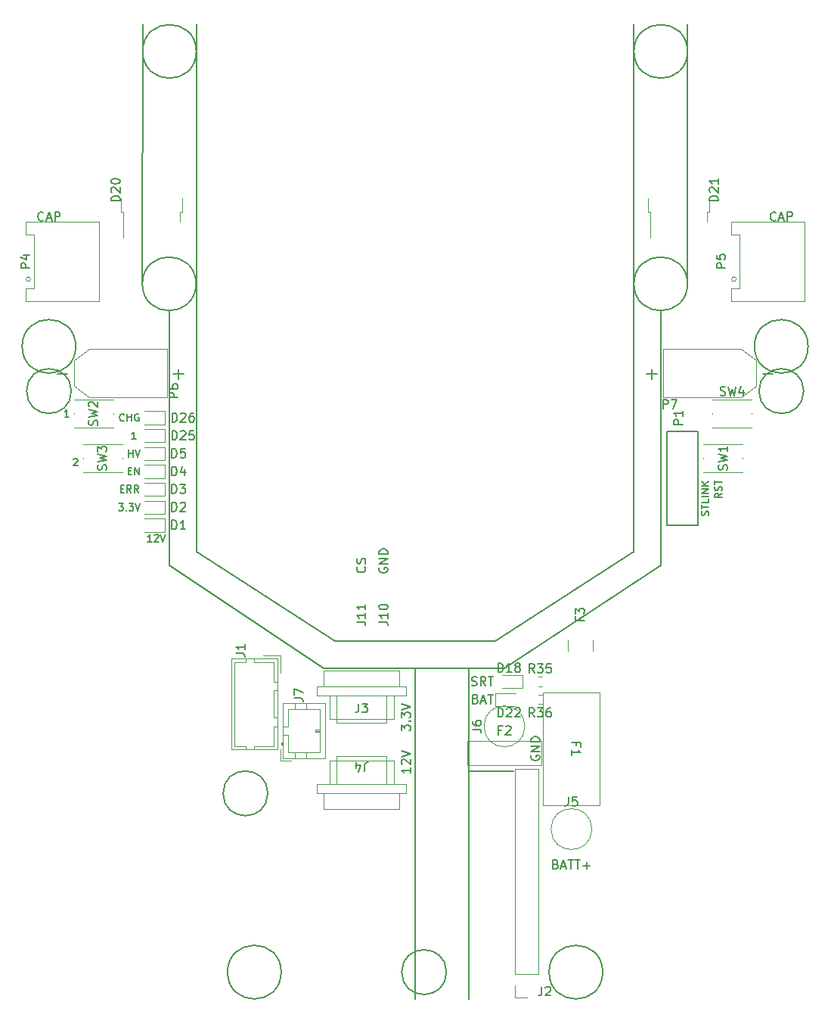
<source format=gbr>
G04 #@! TF.GenerationSoftware,KiCad,Pcbnew,(6.0.11)*
G04 #@! TF.CreationDate,2023-12-28T20:45:09+09:00*
G04 #@! TF.ProjectId,ORION_boost_v5,4f52494f-4e5f-4626-9f6f-73745f76352e,rev?*
G04 #@! TF.SameCoordinates,Original*
G04 #@! TF.FileFunction,Legend,Top*
G04 #@! TF.FilePolarity,Positive*
%FSLAX46Y46*%
G04 Gerber Fmt 4.6, Leading zero omitted, Abs format (unit mm)*
G04 Created by KiCad (PCBNEW (6.0.11)) date 2023-12-28 20:45:09*
%MOMM*%
%LPD*%
G01*
G04 APERTURE LIST*
%ADD10C,0.150000*%
%ADD11C,0.120000*%
%ADD12C,0.200000*%
G04 APERTURE END LIST*
D10*
X100500000Y-109000000D02*
X100500000Y-50000000D01*
X125000000Y-122000000D02*
X125000000Y-159000000D01*
X168500000Y-91000000D02*
G75*
G03*
X168500000Y-91000000I-2500000J0D01*
G01*
X116000000Y-119000000D02*
X134000000Y-119000000D01*
X149500000Y-50000000D02*
X149500000Y-109000000D01*
X100500000Y-53000000D02*
G75*
G03*
X100500000Y-53000000I-3000000J0D01*
G01*
X155500000Y-53000000D02*
G75*
G03*
X155500000Y-53000000I-3000000J0D01*
G01*
X86500000Y-91000000D02*
G75*
G03*
X86500000Y-91000000I-2500000J0D01*
G01*
X128500000Y-156000000D02*
G75*
G03*
X128500000Y-156000000I-2500000J0D01*
G01*
X155500000Y-79000000D02*
G75*
G03*
X155500000Y-79000000I-3000000J0D01*
G01*
X100460000Y-79000000D02*
G75*
G03*
X100460000Y-79000000I-3000000J0D01*
G01*
X146000000Y-156000000D02*
G75*
G03*
X146000000Y-156000000I-3000000J0D01*
G01*
X97460000Y-82000000D02*
X97500000Y-110500000D01*
X97500000Y-110500000D02*
X114800000Y-122000000D01*
X152500000Y-110500000D02*
X135000000Y-122000000D01*
X169000000Y-86000000D02*
G75*
G03*
X169000000Y-86000000I-3000000J0D01*
G01*
X108500000Y-136000000D02*
G75*
G03*
X108500000Y-136000000I-2500000J0D01*
G01*
X87000000Y-86000000D02*
G75*
G03*
X87000000Y-86000000I-3000000J0D01*
G01*
X155500000Y-79000000D02*
X155500000Y-50000000D01*
X116000000Y-119000000D02*
X100500000Y-109000000D01*
X134000000Y-119000000D02*
X149500000Y-109000000D01*
X114800000Y-122000000D02*
X135000000Y-122000000D01*
X131000000Y-133500000D02*
X136000000Y-133500000D01*
X94500000Y-50000000D02*
X94460000Y-79000000D01*
X131000000Y-159000000D02*
X131000000Y-122000000D01*
X152500000Y-82000000D02*
X152500000Y-110500000D01*
X110000000Y-156000000D02*
G75*
G03*
X110000000Y-156000000I-3000000J0D01*
G01*
X119357142Y-110666666D02*
X119404761Y-110714285D01*
X119452380Y-110857142D01*
X119452380Y-110952380D01*
X119404761Y-111095238D01*
X119309523Y-111190476D01*
X119214285Y-111238095D01*
X119023809Y-111285714D01*
X118880952Y-111285714D01*
X118690476Y-111238095D01*
X118595238Y-111190476D01*
X118500000Y-111095238D01*
X118452380Y-110952380D01*
X118452380Y-110857142D01*
X118500000Y-110714285D01*
X118547619Y-110666666D01*
X119404761Y-110285714D02*
X119452380Y-110142857D01*
X119452380Y-109904761D01*
X119404761Y-109809523D01*
X119357142Y-109761904D01*
X119261904Y-109714285D01*
X119166666Y-109714285D01*
X119071428Y-109761904D01*
X119023809Y-109809523D01*
X118976190Y-109904761D01*
X118928571Y-110095238D01*
X118880952Y-110190476D01*
X118833333Y-110238095D01*
X118738095Y-110285714D01*
X118642857Y-110285714D01*
X118547619Y-110238095D01*
X118500000Y-110190476D01*
X118452380Y-110095238D01*
X118452380Y-109857142D01*
X118500000Y-109714285D01*
X140761904Y-143928571D02*
X140904761Y-143976190D01*
X140952380Y-144023809D01*
X141000000Y-144119047D01*
X141000000Y-144261904D01*
X140952380Y-144357142D01*
X140904761Y-144404761D01*
X140809523Y-144452380D01*
X140428571Y-144452380D01*
X140428571Y-143452380D01*
X140761904Y-143452380D01*
X140857142Y-143500000D01*
X140904761Y-143547619D01*
X140952380Y-143642857D01*
X140952380Y-143738095D01*
X140904761Y-143833333D01*
X140857142Y-143880952D01*
X140761904Y-143928571D01*
X140428571Y-143928571D01*
X141380952Y-144166666D02*
X141857142Y-144166666D01*
X141285714Y-144452380D02*
X141619047Y-143452380D01*
X141952380Y-144452380D01*
X142142857Y-143452380D02*
X142714285Y-143452380D01*
X142428571Y-144452380D02*
X142428571Y-143452380D01*
X142904761Y-143452380D02*
X143476190Y-143452380D01*
X143190476Y-144452380D02*
X143190476Y-143452380D01*
X143809523Y-144071428D02*
X144571428Y-144071428D01*
X144190476Y-144452380D02*
X144190476Y-143690476D01*
X157823809Y-104866666D02*
X157861904Y-104752380D01*
X157861904Y-104561904D01*
X157823809Y-104485714D01*
X157785714Y-104447619D01*
X157709523Y-104409523D01*
X157633333Y-104409523D01*
X157557142Y-104447619D01*
X157519047Y-104485714D01*
X157480952Y-104561904D01*
X157442857Y-104714285D01*
X157404761Y-104790476D01*
X157366666Y-104828571D01*
X157290476Y-104866666D01*
X157214285Y-104866666D01*
X157138095Y-104828571D01*
X157100000Y-104790476D01*
X157061904Y-104714285D01*
X157061904Y-104523809D01*
X157100000Y-104409523D01*
X157061904Y-104180952D02*
X157061904Y-103723809D01*
X157861904Y-103952380D02*
X157061904Y-103952380D01*
X157861904Y-103076190D02*
X157861904Y-103457142D01*
X157061904Y-103457142D01*
X157861904Y-102809523D02*
X157061904Y-102809523D01*
X157861904Y-102428571D02*
X157061904Y-102428571D01*
X157861904Y-101971428D01*
X157061904Y-101971428D01*
X157861904Y-101590476D02*
X157061904Y-101590476D01*
X157861904Y-101133333D02*
X157404761Y-101476190D01*
X157061904Y-101133333D02*
X157519047Y-101590476D01*
X123452380Y-128976190D02*
X123452380Y-128357142D01*
X123833333Y-128690476D01*
X123833333Y-128547619D01*
X123880952Y-128452380D01*
X123928571Y-128404761D01*
X124023809Y-128357142D01*
X124261904Y-128357142D01*
X124357142Y-128404761D01*
X124404761Y-128452380D01*
X124452380Y-128547619D01*
X124452380Y-128833333D01*
X124404761Y-128928571D01*
X124357142Y-128976190D01*
X124357142Y-127928571D02*
X124404761Y-127880952D01*
X124452380Y-127928571D01*
X124404761Y-127976190D01*
X124357142Y-127928571D01*
X124452380Y-127928571D01*
X123452380Y-127547619D02*
X123452380Y-126928571D01*
X123833333Y-127261904D01*
X123833333Y-127119047D01*
X123880952Y-127023809D01*
X123928571Y-126976190D01*
X124023809Y-126928571D01*
X124261904Y-126928571D01*
X124357142Y-126976190D01*
X124404761Y-127023809D01*
X124452380Y-127119047D01*
X124452380Y-127404761D01*
X124404761Y-127500000D01*
X124357142Y-127547619D01*
X123452380Y-126642857D02*
X124452380Y-126309523D01*
X123452380Y-125976190D01*
X159361904Y-102438095D02*
X158980952Y-102704761D01*
X159361904Y-102895238D02*
X158561904Y-102895238D01*
X158561904Y-102590476D01*
X158600000Y-102514285D01*
X158638095Y-102476190D01*
X158714285Y-102438095D01*
X158828571Y-102438095D01*
X158904761Y-102476190D01*
X158942857Y-102514285D01*
X158980952Y-102590476D01*
X158980952Y-102895238D01*
X159323809Y-102133333D02*
X159361904Y-102019047D01*
X159361904Y-101828571D01*
X159323809Y-101752380D01*
X159285714Y-101714285D01*
X159209523Y-101676190D01*
X159133333Y-101676190D01*
X159057142Y-101714285D01*
X159019047Y-101752380D01*
X158980952Y-101828571D01*
X158942857Y-101980952D01*
X158904761Y-102057142D01*
X158866666Y-102095238D01*
X158790476Y-102133333D01*
X158714285Y-102133333D01*
X158638095Y-102095238D01*
X158600000Y-102057142D01*
X158561904Y-101980952D01*
X158561904Y-101790476D01*
X158600000Y-101676190D01*
X158561904Y-101447619D02*
X158561904Y-100990476D01*
X159361904Y-101219047D02*
X158561904Y-101219047D01*
X92909523Y-99942857D02*
X93176190Y-99942857D01*
X93290476Y-100361904D02*
X92909523Y-100361904D01*
X92909523Y-99561904D01*
X93290476Y-99561904D01*
X93633333Y-100361904D02*
X93633333Y-99561904D01*
X94090476Y-100361904D01*
X94090476Y-99561904D01*
X92028571Y-101942857D02*
X92295238Y-101942857D01*
X92409523Y-102361904D02*
X92028571Y-102361904D01*
X92028571Y-101561904D01*
X92409523Y-101561904D01*
X93209523Y-102361904D02*
X92942857Y-101980952D01*
X92752380Y-102361904D02*
X92752380Y-101561904D01*
X93057142Y-101561904D01*
X93133333Y-101600000D01*
X93171428Y-101638095D01*
X93209523Y-101714285D01*
X93209523Y-101828571D01*
X93171428Y-101904761D01*
X93133333Y-101942857D01*
X93057142Y-101980952D01*
X92752380Y-101980952D01*
X94009523Y-102361904D02*
X93742857Y-101980952D01*
X93552380Y-102361904D02*
X93552380Y-101561904D01*
X93857142Y-101561904D01*
X93933333Y-101600000D01*
X93971428Y-101638095D01*
X94009523Y-101714285D01*
X94009523Y-101828571D01*
X93971428Y-101904761D01*
X93933333Y-101942857D01*
X93857142Y-101980952D01*
X93552380Y-101980952D01*
X121000000Y-110761904D02*
X120952380Y-110857142D01*
X120952380Y-111000000D01*
X121000000Y-111142857D01*
X121095238Y-111238095D01*
X121190476Y-111285714D01*
X121380952Y-111333333D01*
X121523809Y-111333333D01*
X121714285Y-111285714D01*
X121809523Y-111238095D01*
X121904761Y-111142857D01*
X121952380Y-111000000D01*
X121952380Y-110904761D01*
X121904761Y-110761904D01*
X121857142Y-110714285D01*
X121523809Y-110714285D01*
X121523809Y-110904761D01*
X121952380Y-110285714D02*
X120952380Y-110285714D01*
X121952380Y-109714285D01*
X120952380Y-109714285D01*
X121952380Y-109238095D02*
X120952380Y-109238095D01*
X120952380Y-109000000D01*
X121000000Y-108857142D01*
X121095238Y-108761904D01*
X121190476Y-108714285D01*
X121380952Y-108666666D01*
X121523809Y-108666666D01*
X121714285Y-108714285D01*
X121809523Y-108761904D01*
X121904761Y-108857142D01*
X121952380Y-109000000D01*
X121952380Y-109238095D01*
X124452380Y-133119047D02*
X124452380Y-133690476D01*
X124452380Y-133404761D02*
X123452380Y-133404761D01*
X123595238Y-133500000D01*
X123690476Y-133595238D01*
X123738095Y-133690476D01*
X123547619Y-132738095D02*
X123500000Y-132690476D01*
X123452380Y-132595238D01*
X123452380Y-132357142D01*
X123500000Y-132261904D01*
X123547619Y-132214285D01*
X123642857Y-132166666D01*
X123738095Y-132166666D01*
X123880952Y-132214285D01*
X124452380Y-132785714D01*
X124452380Y-132166666D01*
X123452380Y-131880952D02*
X124452380Y-131547619D01*
X123452380Y-131214285D01*
X92928571Y-98361904D02*
X92928571Y-97561904D01*
X92928571Y-97942857D02*
X93385714Y-97942857D01*
X93385714Y-98361904D02*
X93385714Y-97561904D01*
X93652380Y-97561904D02*
X93919047Y-98361904D01*
X94185714Y-97561904D01*
X131761904Y-125428571D02*
X131904761Y-125476190D01*
X131952380Y-125523809D01*
X132000000Y-125619047D01*
X132000000Y-125761904D01*
X131952380Y-125857142D01*
X131904761Y-125904761D01*
X131809523Y-125952380D01*
X131428571Y-125952380D01*
X131428571Y-124952380D01*
X131761904Y-124952380D01*
X131857142Y-125000000D01*
X131904761Y-125047619D01*
X131952380Y-125142857D01*
X131952380Y-125238095D01*
X131904761Y-125333333D01*
X131857142Y-125380952D01*
X131761904Y-125428571D01*
X131428571Y-125428571D01*
X132380952Y-125666666D02*
X132857142Y-125666666D01*
X132285714Y-125952380D02*
X132619047Y-124952380D01*
X132952380Y-125952380D01*
X133142857Y-124952380D02*
X133714285Y-124952380D01*
X133428571Y-125952380D02*
X133428571Y-124952380D01*
X95504761Y-107861904D02*
X95047619Y-107861904D01*
X95276190Y-107861904D02*
X95276190Y-107061904D01*
X95200000Y-107176190D01*
X95123809Y-107252380D01*
X95047619Y-107290476D01*
X95809523Y-107138095D02*
X95847619Y-107100000D01*
X95923809Y-107061904D01*
X96114285Y-107061904D01*
X96190476Y-107100000D01*
X96228571Y-107138095D01*
X96266666Y-107214285D01*
X96266666Y-107290476D01*
X96228571Y-107404761D01*
X95771428Y-107861904D01*
X96266666Y-107861904D01*
X96495238Y-107061904D02*
X96761904Y-107861904D01*
X97028571Y-107061904D01*
X93728571Y-96361904D02*
X93271428Y-96361904D01*
X93500000Y-96361904D02*
X93500000Y-95561904D01*
X93423809Y-95676190D01*
X93347619Y-95752380D01*
X93271428Y-95790476D01*
X83380952Y-71857142D02*
X83333333Y-71904761D01*
X83190476Y-71952380D01*
X83095238Y-71952380D01*
X82952380Y-71904761D01*
X82857142Y-71809523D01*
X82809523Y-71714285D01*
X82761904Y-71523809D01*
X82761904Y-71380952D01*
X82809523Y-71190476D01*
X82857142Y-71095238D01*
X82952380Y-71000000D01*
X83095238Y-70952380D01*
X83190476Y-70952380D01*
X83333333Y-71000000D01*
X83380952Y-71047619D01*
X83761904Y-71666666D02*
X84238095Y-71666666D01*
X83666666Y-71952380D02*
X84000000Y-70952380D01*
X84333333Y-71952380D01*
X84666666Y-71952380D02*
X84666666Y-70952380D01*
X85047619Y-70952380D01*
X85142857Y-71000000D01*
X85190476Y-71047619D01*
X85238095Y-71142857D01*
X85238095Y-71285714D01*
X85190476Y-71380952D01*
X85142857Y-71428571D01*
X85047619Y-71476190D01*
X84666666Y-71476190D01*
X165380952Y-71857142D02*
X165333333Y-71904761D01*
X165190476Y-71952380D01*
X165095238Y-71952380D01*
X164952380Y-71904761D01*
X164857142Y-71809523D01*
X164809523Y-71714285D01*
X164761904Y-71523809D01*
X164761904Y-71380952D01*
X164809523Y-71190476D01*
X164857142Y-71095238D01*
X164952380Y-71000000D01*
X165095238Y-70952380D01*
X165190476Y-70952380D01*
X165333333Y-71000000D01*
X165380952Y-71047619D01*
X165761904Y-71666666D02*
X166238095Y-71666666D01*
X165666666Y-71952380D02*
X166000000Y-70952380D01*
X166333333Y-71952380D01*
X166666666Y-71952380D02*
X166666666Y-70952380D01*
X167047619Y-70952380D01*
X167142857Y-71000000D01*
X167190476Y-71047619D01*
X167238095Y-71142857D01*
X167238095Y-71285714D01*
X167190476Y-71380952D01*
X167142857Y-71428571D01*
X167047619Y-71476190D01*
X166666666Y-71476190D01*
X131333333Y-123904761D02*
X131476190Y-123952380D01*
X131714285Y-123952380D01*
X131809523Y-123904761D01*
X131857142Y-123857142D01*
X131904761Y-123761904D01*
X131904761Y-123666666D01*
X131857142Y-123571428D01*
X131809523Y-123523809D01*
X131714285Y-123476190D01*
X131523809Y-123428571D01*
X131428571Y-123380952D01*
X131380952Y-123333333D01*
X131333333Y-123238095D01*
X131333333Y-123142857D01*
X131380952Y-123047619D01*
X131428571Y-123000000D01*
X131523809Y-122952380D01*
X131761904Y-122952380D01*
X131904761Y-123000000D01*
X132904761Y-123952380D02*
X132571428Y-123476190D01*
X132333333Y-123952380D02*
X132333333Y-122952380D01*
X132714285Y-122952380D01*
X132809523Y-123000000D01*
X132857142Y-123047619D01*
X132904761Y-123142857D01*
X132904761Y-123285714D01*
X132857142Y-123380952D01*
X132809523Y-123428571D01*
X132714285Y-123476190D01*
X132333333Y-123476190D01*
X133190476Y-122952380D02*
X133761904Y-122952380D01*
X133476190Y-123952380D02*
X133476190Y-122952380D01*
X91819047Y-103561904D02*
X92314285Y-103561904D01*
X92047619Y-103866666D01*
X92161904Y-103866666D01*
X92238095Y-103904761D01*
X92276190Y-103942857D01*
X92314285Y-104019047D01*
X92314285Y-104209523D01*
X92276190Y-104285714D01*
X92238095Y-104323809D01*
X92161904Y-104361904D01*
X91933333Y-104361904D01*
X91857142Y-104323809D01*
X91819047Y-104285714D01*
X92657142Y-104285714D02*
X92695238Y-104323809D01*
X92657142Y-104361904D01*
X92619047Y-104323809D01*
X92657142Y-104285714D01*
X92657142Y-104361904D01*
X92961904Y-103561904D02*
X93457142Y-103561904D01*
X93190476Y-103866666D01*
X93304761Y-103866666D01*
X93380952Y-103904761D01*
X93419047Y-103942857D01*
X93457142Y-104019047D01*
X93457142Y-104209523D01*
X93419047Y-104285714D01*
X93380952Y-104323809D01*
X93304761Y-104361904D01*
X93076190Y-104361904D01*
X93000000Y-104323809D01*
X92961904Y-104285714D01*
X93685714Y-103561904D02*
X93952380Y-104361904D01*
X94219047Y-103561904D01*
X138000000Y-131761904D02*
X137952380Y-131857142D01*
X137952380Y-132000000D01*
X138000000Y-132142857D01*
X138095238Y-132238095D01*
X138190476Y-132285714D01*
X138380952Y-132333333D01*
X138523809Y-132333333D01*
X138714285Y-132285714D01*
X138809523Y-132238095D01*
X138904761Y-132142857D01*
X138952380Y-132000000D01*
X138952380Y-131904761D01*
X138904761Y-131761904D01*
X138857142Y-131714285D01*
X138523809Y-131714285D01*
X138523809Y-131904761D01*
X138952380Y-131285714D02*
X137952380Y-131285714D01*
X138952380Y-130714285D01*
X137952380Y-130714285D01*
X138952380Y-130238095D02*
X137952380Y-130238095D01*
X137952380Y-130000000D01*
X138000000Y-129857142D01*
X138095238Y-129761904D01*
X138190476Y-129714285D01*
X138380952Y-129666666D01*
X138523809Y-129666666D01*
X138714285Y-129714285D01*
X138809523Y-129761904D01*
X138904761Y-129857142D01*
X138952380Y-130000000D01*
X138952380Y-130238095D01*
X86228571Y-93861904D02*
X85771428Y-93861904D01*
X86000000Y-93861904D02*
X86000000Y-93061904D01*
X85923809Y-93176190D01*
X85847619Y-93252380D01*
X85771428Y-93290476D01*
X86771428Y-98638095D02*
X86809523Y-98600000D01*
X86885714Y-98561904D01*
X87076190Y-98561904D01*
X87152380Y-98600000D01*
X87190476Y-98638095D01*
X87228571Y-98714285D01*
X87228571Y-98790476D01*
X87190476Y-98904761D01*
X86733333Y-99361904D01*
X87228571Y-99361904D01*
X92428571Y-94285714D02*
X92390476Y-94323809D01*
X92276190Y-94361904D01*
X92200000Y-94361904D01*
X92085714Y-94323809D01*
X92009523Y-94247619D01*
X91971428Y-94171428D01*
X91933333Y-94019047D01*
X91933333Y-93904761D01*
X91971428Y-93752380D01*
X92009523Y-93676190D01*
X92085714Y-93600000D01*
X92200000Y-93561904D01*
X92276190Y-93561904D01*
X92390476Y-93600000D01*
X92428571Y-93638095D01*
X92771428Y-94361904D02*
X92771428Y-93561904D01*
X92771428Y-93942857D02*
X93228571Y-93942857D01*
X93228571Y-94361904D02*
X93228571Y-93561904D01*
X94028571Y-93600000D02*
X93952380Y-93561904D01*
X93838095Y-93561904D01*
X93723809Y-93600000D01*
X93647619Y-93676190D01*
X93609523Y-93752380D01*
X93571428Y-93904761D01*
X93571428Y-94019047D01*
X93609523Y-94171428D01*
X93647619Y-94247619D01*
X93723809Y-94323809D01*
X93838095Y-94361904D01*
X93914285Y-94361904D01*
X94028571Y-94323809D01*
X94066666Y-94285714D01*
X94066666Y-94019047D01*
X93914285Y-94019047D01*
X97761904Y-106452380D02*
X97761904Y-105452380D01*
X98000000Y-105452380D01*
X98142857Y-105500000D01*
X98238095Y-105595238D01*
X98285714Y-105690476D01*
X98333333Y-105880952D01*
X98333333Y-106023809D01*
X98285714Y-106214285D01*
X98238095Y-106309523D01*
X98142857Y-106404761D01*
X98000000Y-106452380D01*
X97761904Y-106452380D01*
X99285714Y-106452380D02*
X98714285Y-106452380D01*
X99000000Y-106452380D02*
X99000000Y-105452380D01*
X98904761Y-105595238D01*
X98809523Y-105690476D01*
X98714285Y-105738095D01*
X159752380Y-77238095D02*
X158752380Y-77238095D01*
X158752380Y-76857142D01*
X158800000Y-76761904D01*
X158847619Y-76714285D01*
X158942857Y-76666666D01*
X159085714Y-76666666D01*
X159180952Y-76714285D01*
X159228571Y-76761904D01*
X159276190Y-76857142D01*
X159276190Y-77238095D01*
X158752380Y-75761904D02*
X158752380Y-76238095D01*
X159228571Y-76285714D01*
X159180952Y-76238095D01*
X159133333Y-76142857D01*
X159133333Y-75904761D01*
X159180952Y-75809523D01*
X159228571Y-75761904D01*
X159323809Y-75714285D01*
X159561904Y-75714285D01*
X159657142Y-75761904D01*
X159704761Y-75809523D01*
X159752380Y-75904761D01*
X159752380Y-76142857D01*
X159704761Y-76238095D01*
X159657142Y-76285714D01*
X98452380Y-91738095D02*
X97452380Y-91738095D01*
X97452380Y-91357142D01*
X97500000Y-91261904D01*
X97547619Y-91214285D01*
X97642857Y-91166666D01*
X97785714Y-91166666D01*
X97880952Y-91214285D01*
X97928571Y-91261904D01*
X97976190Y-91357142D01*
X97976190Y-91738095D01*
X97452380Y-90309523D02*
X97452380Y-90500000D01*
X97500000Y-90595238D01*
X97547619Y-90642857D01*
X97690476Y-90738095D01*
X97880952Y-90785714D01*
X98261904Y-90785714D01*
X98357142Y-90738095D01*
X98404761Y-90690476D01*
X98452380Y-90595238D01*
X98452380Y-90404761D01*
X98404761Y-90309523D01*
X98357142Y-90261904D01*
X98261904Y-90214285D01*
X98023809Y-90214285D01*
X97928571Y-90261904D01*
X97880952Y-90309523D01*
X97833333Y-90404761D01*
X97833333Y-90595238D01*
X97880952Y-90690476D01*
X97928571Y-90738095D01*
X98023809Y-90785714D01*
X84928571Y-89107142D02*
X86071428Y-89107142D01*
X97928571Y-89107142D02*
X99071428Y-89107142D01*
X98500000Y-89678571D02*
X98500000Y-88535714D01*
X138357142Y-127452380D02*
X138023809Y-126976190D01*
X137785714Y-127452380D02*
X137785714Y-126452380D01*
X138166666Y-126452380D01*
X138261904Y-126500000D01*
X138309523Y-126547619D01*
X138357142Y-126642857D01*
X138357142Y-126785714D01*
X138309523Y-126880952D01*
X138261904Y-126928571D01*
X138166666Y-126976190D01*
X137785714Y-126976190D01*
X138690476Y-126452380D02*
X139309523Y-126452380D01*
X138976190Y-126833333D01*
X139119047Y-126833333D01*
X139214285Y-126880952D01*
X139261904Y-126928571D01*
X139309523Y-127023809D01*
X139309523Y-127261904D01*
X139261904Y-127357142D01*
X139214285Y-127404761D01*
X139119047Y-127452380D01*
X138833333Y-127452380D01*
X138738095Y-127404761D01*
X138690476Y-127357142D01*
X140166666Y-126452380D02*
X139976190Y-126452380D01*
X139880952Y-126500000D01*
X139833333Y-126547619D01*
X139738095Y-126690476D01*
X139690476Y-126880952D01*
X139690476Y-127261904D01*
X139738095Y-127357142D01*
X139785714Y-127404761D01*
X139880952Y-127452380D01*
X140071428Y-127452380D01*
X140166666Y-127404761D01*
X140214285Y-127357142D01*
X140261904Y-127261904D01*
X140261904Y-127023809D01*
X140214285Y-126928571D01*
X140166666Y-126880952D01*
X140071428Y-126833333D01*
X139880952Y-126833333D01*
X139785714Y-126880952D01*
X139738095Y-126928571D01*
X139690476Y-127023809D01*
X118452380Y-116809523D02*
X119166666Y-116809523D01*
X119309523Y-116857142D01*
X119404761Y-116952380D01*
X119452380Y-117095238D01*
X119452380Y-117190476D01*
X119452380Y-115809523D02*
X119452380Y-116380952D01*
X119452380Y-116095238D02*
X118452380Y-116095238D01*
X118595238Y-116190476D01*
X118690476Y-116285714D01*
X118738095Y-116380952D01*
X119452380Y-114857142D02*
X119452380Y-115428571D01*
X119452380Y-115142857D02*
X118452380Y-115142857D01*
X118595238Y-115238095D01*
X118690476Y-115333333D01*
X118738095Y-115428571D01*
X111452380Y-125333333D02*
X112166666Y-125333333D01*
X112309523Y-125380952D01*
X112404761Y-125476190D01*
X112452380Y-125619047D01*
X112452380Y-125714285D01*
X111452380Y-124952380D02*
X111452380Y-124285714D01*
X112452380Y-124714285D01*
X134285714Y-122452380D02*
X134285714Y-121452380D01*
X134523809Y-121452380D01*
X134666666Y-121500000D01*
X134761904Y-121595238D01*
X134809523Y-121690476D01*
X134857142Y-121880952D01*
X134857142Y-122023809D01*
X134809523Y-122214285D01*
X134761904Y-122309523D01*
X134666666Y-122404761D01*
X134523809Y-122452380D01*
X134285714Y-122452380D01*
X135809523Y-122452380D02*
X135238095Y-122452380D01*
X135523809Y-122452380D02*
X135523809Y-121452380D01*
X135428571Y-121595238D01*
X135333333Y-121690476D01*
X135238095Y-121738095D01*
X136380952Y-121880952D02*
X136285714Y-121833333D01*
X136238095Y-121785714D01*
X136190476Y-121690476D01*
X136190476Y-121642857D01*
X136238095Y-121547619D01*
X136285714Y-121500000D01*
X136380952Y-121452380D01*
X136571428Y-121452380D01*
X136666666Y-121500000D01*
X136714285Y-121547619D01*
X136761904Y-121642857D01*
X136761904Y-121690476D01*
X136714285Y-121785714D01*
X136666666Y-121833333D01*
X136571428Y-121880952D01*
X136380952Y-121880952D01*
X136285714Y-121928571D01*
X136238095Y-121976190D01*
X136190476Y-122071428D01*
X136190476Y-122261904D01*
X136238095Y-122357142D01*
X136285714Y-122404761D01*
X136380952Y-122452380D01*
X136571428Y-122452380D01*
X136666666Y-122404761D01*
X136714285Y-122357142D01*
X136761904Y-122261904D01*
X136761904Y-122071428D01*
X136714285Y-121976190D01*
X136666666Y-121928571D01*
X136571428Y-121880952D01*
X119333333Y-133547619D02*
X119333333Y-132833333D01*
X119380952Y-132690476D01*
X119476190Y-132595238D01*
X119619047Y-132547619D01*
X119714285Y-132547619D01*
X118428571Y-133214285D02*
X118428571Y-132547619D01*
X118666666Y-133595238D02*
X118904761Y-132880952D01*
X118285714Y-132880952D01*
X134285714Y-127452380D02*
X134285714Y-126452380D01*
X134523809Y-126452380D01*
X134666666Y-126500000D01*
X134761904Y-126595238D01*
X134809523Y-126690476D01*
X134857142Y-126880952D01*
X134857142Y-127023809D01*
X134809523Y-127214285D01*
X134761904Y-127309523D01*
X134666666Y-127404761D01*
X134523809Y-127452380D01*
X134285714Y-127452380D01*
X135238095Y-126547619D02*
X135285714Y-126500000D01*
X135380952Y-126452380D01*
X135619047Y-126452380D01*
X135714285Y-126500000D01*
X135761904Y-126547619D01*
X135809523Y-126642857D01*
X135809523Y-126738095D01*
X135761904Y-126880952D01*
X135190476Y-127452380D01*
X135809523Y-127452380D01*
X136190476Y-126547619D02*
X136238095Y-126500000D01*
X136333333Y-126452380D01*
X136571428Y-126452380D01*
X136666666Y-126500000D01*
X136714285Y-126547619D01*
X136761904Y-126642857D01*
X136761904Y-126738095D01*
X136714285Y-126880952D01*
X136142857Y-127452380D01*
X136761904Y-127452380D01*
X97785714Y-96452380D02*
X97785714Y-95452380D01*
X98023809Y-95452380D01*
X98166666Y-95500000D01*
X98261904Y-95595238D01*
X98309523Y-95690476D01*
X98357142Y-95880952D01*
X98357142Y-96023809D01*
X98309523Y-96214285D01*
X98261904Y-96309523D01*
X98166666Y-96404761D01*
X98023809Y-96452380D01*
X97785714Y-96452380D01*
X98738095Y-95547619D02*
X98785714Y-95500000D01*
X98880952Y-95452380D01*
X99119047Y-95452380D01*
X99214285Y-95500000D01*
X99261904Y-95547619D01*
X99309523Y-95642857D01*
X99309523Y-95738095D01*
X99261904Y-95880952D01*
X98690476Y-96452380D01*
X99309523Y-96452380D01*
X100214285Y-95452380D02*
X99738095Y-95452380D01*
X99690476Y-95928571D01*
X99738095Y-95880952D01*
X99833333Y-95833333D01*
X100071428Y-95833333D01*
X100166666Y-95880952D01*
X100214285Y-95928571D01*
X100261904Y-96023809D01*
X100261904Y-96261904D01*
X100214285Y-96357142D01*
X100166666Y-96404761D01*
X100071428Y-96452380D01*
X99833333Y-96452380D01*
X99738095Y-96404761D01*
X99690476Y-96357142D01*
X134666666Y-128928571D02*
X134333333Y-128928571D01*
X134333333Y-129452380D02*
X134333333Y-128452380D01*
X134809523Y-128452380D01*
X135142857Y-128547619D02*
X135190476Y-128500000D01*
X135285714Y-128452380D01*
X135523809Y-128452380D01*
X135619047Y-128500000D01*
X135666666Y-128547619D01*
X135714285Y-128642857D01*
X135714285Y-128738095D01*
X135666666Y-128880952D01*
X135095238Y-129452380D01*
X135714285Y-129452380D01*
X97785714Y-94452380D02*
X97785714Y-93452380D01*
X98023809Y-93452380D01*
X98166666Y-93500000D01*
X98261904Y-93595238D01*
X98309523Y-93690476D01*
X98357142Y-93880952D01*
X98357142Y-94023809D01*
X98309523Y-94214285D01*
X98261904Y-94309523D01*
X98166666Y-94404761D01*
X98023809Y-94452380D01*
X97785714Y-94452380D01*
X98738095Y-93547619D02*
X98785714Y-93500000D01*
X98880952Y-93452380D01*
X99119047Y-93452380D01*
X99214285Y-93500000D01*
X99261904Y-93547619D01*
X99309523Y-93642857D01*
X99309523Y-93738095D01*
X99261904Y-93880952D01*
X98690476Y-94452380D01*
X99309523Y-94452380D01*
X100166666Y-93452380D02*
X99976190Y-93452380D01*
X99880952Y-93500000D01*
X99833333Y-93547619D01*
X99738095Y-93690476D01*
X99690476Y-93880952D01*
X99690476Y-94261904D01*
X99738095Y-94357142D01*
X99785714Y-94404761D01*
X99880952Y-94452380D01*
X100071428Y-94452380D01*
X100166666Y-94404761D01*
X100214285Y-94357142D01*
X100261904Y-94261904D01*
X100261904Y-94023809D01*
X100214285Y-93928571D01*
X100166666Y-93880952D01*
X100071428Y-93833333D01*
X99880952Y-93833333D01*
X99785714Y-93880952D01*
X99738095Y-93928571D01*
X99690476Y-94023809D01*
X104952380Y-120333333D02*
X105666666Y-120333333D01*
X105809523Y-120380952D01*
X105904761Y-120476190D01*
X105952380Y-120619047D01*
X105952380Y-120714285D01*
X105952380Y-119333333D02*
X105952380Y-119904761D01*
X105952380Y-119619047D02*
X104952380Y-119619047D01*
X105095238Y-119714285D01*
X105190476Y-119809523D01*
X105238095Y-119904761D01*
X143428571Y-116333333D02*
X143428571Y-116666666D01*
X143952380Y-116666666D02*
X142952380Y-116666666D01*
X142952380Y-116190476D01*
X142952380Y-115904761D02*
X142952380Y-115285714D01*
X143333333Y-115619047D01*
X143333333Y-115476190D01*
X143380952Y-115380952D01*
X143428571Y-115333333D01*
X143523809Y-115285714D01*
X143761904Y-115285714D01*
X143857142Y-115333333D01*
X143904761Y-115380952D01*
X143952380Y-115476190D01*
X143952380Y-115761904D01*
X143904761Y-115857142D01*
X143857142Y-115904761D01*
X139166666Y-157617380D02*
X139166666Y-158331666D01*
X139119047Y-158474523D01*
X139023809Y-158569761D01*
X138880952Y-158617380D01*
X138785714Y-158617380D01*
X139595238Y-157712619D02*
X139642857Y-157665000D01*
X139738095Y-157617380D01*
X139976190Y-157617380D01*
X140071428Y-157665000D01*
X140119047Y-157712619D01*
X140166666Y-157807857D01*
X140166666Y-157903095D01*
X140119047Y-158045952D01*
X139547619Y-158617380D01*
X140166666Y-158617380D01*
X90404761Y-99833333D02*
X90452380Y-99690476D01*
X90452380Y-99452380D01*
X90404761Y-99357142D01*
X90357142Y-99309523D01*
X90261904Y-99261904D01*
X90166666Y-99261904D01*
X90071428Y-99309523D01*
X90023809Y-99357142D01*
X89976190Y-99452380D01*
X89928571Y-99642857D01*
X89880952Y-99738095D01*
X89833333Y-99785714D01*
X89738095Y-99833333D01*
X89642857Y-99833333D01*
X89547619Y-99785714D01*
X89500000Y-99738095D01*
X89452380Y-99642857D01*
X89452380Y-99404761D01*
X89500000Y-99261904D01*
X89452380Y-98928571D02*
X90452380Y-98690476D01*
X89738095Y-98500000D01*
X90452380Y-98309523D01*
X89452380Y-98071428D01*
X89452380Y-97785714D02*
X89452380Y-97166666D01*
X89833333Y-97500000D01*
X89833333Y-97357142D01*
X89880952Y-97261904D01*
X89928571Y-97214285D01*
X90023809Y-97166666D01*
X90261904Y-97166666D01*
X90357142Y-97214285D01*
X90404761Y-97261904D01*
X90452380Y-97357142D01*
X90452380Y-97642857D01*
X90404761Y-97738095D01*
X90357142Y-97785714D01*
X158952380Y-69714285D02*
X157952380Y-69714285D01*
X157952380Y-69476190D01*
X158000000Y-69333333D01*
X158095238Y-69238095D01*
X158190476Y-69190476D01*
X158380952Y-69142857D01*
X158523809Y-69142857D01*
X158714285Y-69190476D01*
X158809523Y-69238095D01*
X158904761Y-69333333D01*
X158952380Y-69476190D01*
X158952380Y-69714285D01*
X158047619Y-68761904D02*
X158000000Y-68714285D01*
X157952380Y-68619047D01*
X157952380Y-68380952D01*
X158000000Y-68285714D01*
X158047619Y-68238095D01*
X158142857Y-68190476D01*
X158238095Y-68190476D01*
X158380952Y-68238095D01*
X158952380Y-68809523D01*
X158952380Y-68190476D01*
X158952380Y-67238095D02*
X158952380Y-67809523D01*
X158952380Y-67523809D02*
X157952380Y-67523809D01*
X158095238Y-67619047D01*
X158190476Y-67714285D01*
X158238095Y-67809523D01*
X97761904Y-100452380D02*
X97761904Y-99452380D01*
X98000000Y-99452380D01*
X98142857Y-99500000D01*
X98238095Y-99595238D01*
X98285714Y-99690476D01*
X98333333Y-99880952D01*
X98333333Y-100023809D01*
X98285714Y-100214285D01*
X98238095Y-100309523D01*
X98142857Y-100404761D01*
X98000000Y-100452380D01*
X97761904Y-100452380D01*
X99190476Y-99785714D02*
X99190476Y-100452380D01*
X98952380Y-99404761D02*
X98714285Y-100119047D01*
X99333333Y-100119047D01*
X97761904Y-104452380D02*
X97761904Y-103452380D01*
X98000000Y-103452380D01*
X98142857Y-103500000D01*
X98238095Y-103595238D01*
X98285714Y-103690476D01*
X98333333Y-103880952D01*
X98333333Y-104023809D01*
X98285714Y-104214285D01*
X98238095Y-104309523D01*
X98142857Y-104404761D01*
X98000000Y-104452380D01*
X97761904Y-104452380D01*
X98714285Y-103547619D02*
X98761904Y-103500000D01*
X98857142Y-103452380D01*
X99095238Y-103452380D01*
X99190476Y-103500000D01*
X99238095Y-103547619D01*
X99285714Y-103642857D01*
X99285714Y-103738095D01*
X99238095Y-103880952D01*
X98666666Y-104452380D01*
X99285714Y-104452380D01*
X143071428Y-130666666D02*
X143071428Y-130333333D01*
X142547619Y-130333333D02*
X143547619Y-130333333D01*
X143547619Y-130809523D01*
X142547619Y-131714285D02*
X142547619Y-131142857D01*
X142547619Y-131428571D02*
X143547619Y-131428571D01*
X143404761Y-131333333D01*
X143309523Y-131238095D01*
X143261904Y-131142857D01*
X81852380Y-77238095D02*
X80852380Y-77238095D01*
X80852380Y-76857142D01*
X80900000Y-76761904D01*
X80947619Y-76714285D01*
X81042857Y-76666666D01*
X81185714Y-76666666D01*
X81280952Y-76714285D01*
X81328571Y-76761904D01*
X81376190Y-76857142D01*
X81376190Y-77238095D01*
X81185714Y-75809523D02*
X81852380Y-75809523D01*
X80804761Y-76047619D02*
X81519047Y-76285714D01*
X81519047Y-75666666D01*
X118666666Y-125952380D02*
X118666666Y-126666666D01*
X118619047Y-126809523D01*
X118523809Y-126904761D01*
X118380952Y-126952380D01*
X118285714Y-126952380D01*
X119047619Y-125952380D02*
X119666666Y-125952380D01*
X119333333Y-126333333D01*
X119476190Y-126333333D01*
X119571428Y-126380952D01*
X119619047Y-126428571D01*
X119666666Y-126523809D01*
X119666666Y-126761904D01*
X119619047Y-126857142D01*
X119571428Y-126904761D01*
X119476190Y-126952380D01*
X119190476Y-126952380D01*
X119095238Y-126904761D01*
X119047619Y-126857142D01*
X97761904Y-102452380D02*
X97761904Y-101452380D01*
X98000000Y-101452380D01*
X98142857Y-101500000D01*
X98238095Y-101595238D01*
X98285714Y-101690476D01*
X98333333Y-101880952D01*
X98333333Y-102023809D01*
X98285714Y-102214285D01*
X98238095Y-102309523D01*
X98142857Y-102404761D01*
X98000000Y-102452380D01*
X97761904Y-102452380D01*
X98666666Y-101452380D02*
X99285714Y-101452380D01*
X98952380Y-101833333D01*
X99095238Y-101833333D01*
X99190476Y-101880952D01*
X99238095Y-101928571D01*
X99285714Y-102023809D01*
X99285714Y-102261904D01*
X99238095Y-102357142D01*
X99190476Y-102404761D01*
X99095238Y-102452380D01*
X98809523Y-102452380D01*
X98714285Y-102404761D01*
X98666666Y-102357142D01*
X138357142Y-122522380D02*
X138023809Y-122046190D01*
X137785714Y-122522380D02*
X137785714Y-121522380D01*
X138166666Y-121522380D01*
X138261904Y-121570000D01*
X138309523Y-121617619D01*
X138357142Y-121712857D01*
X138357142Y-121855714D01*
X138309523Y-121950952D01*
X138261904Y-121998571D01*
X138166666Y-122046190D01*
X137785714Y-122046190D01*
X138690476Y-121522380D02*
X139309523Y-121522380D01*
X138976190Y-121903333D01*
X139119047Y-121903333D01*
X139214285Y-121950952D01*
X139261904Y-121998571D01*
X139309523Y-122093809D01*
X139309523Y-122331904D01*
X139261904Y-122427142D01*
X139214285Y-122474761D01*
X139119047Y-122522380D01*
X138833333Y-122522380D01*
X138738095Y-122474761D01*
X138690476Y-122427142D01*
X140214285Y-121522380D02*
X139738095Y-121522380D01*
X139690476Y-121998571D01*
X139738095Y-121950952D01*
X139833333Y-121903333D01*
X140071428Y-121903333D01*
X140166666Y-121950952D01*
X140214285Y-121998571D01*
X140261904Y-122093809D01*
X140261904Y-122331904D01*
X140214285Y-122427142D01*
X140166666Y-122474761D01*
X140071428Y-122522380D01*
X139833333Y-122522380D01*
X139738095Y-122474761D01*
X139690476Y-122427142D01*
X91952380Y-69714285D02*
X90952380Y-69714285D01*
X90952380Y-69476190D01*
X91000000Y-69333333D01*
X91095238Y-69238095D01*
X91190476Y-69190476D01*
X91380952Y-69142857D01*
X91523809Y-69142857D01*
X91714285Y-69190476D01*
X91809523Y-69238095D01*
X91904761Y-69333333D01*
X91952380Y-69476190D01*
X91952380Y-69714285D01*
X91047619Y-68761904D02*
X91000000Y-68714285D01*
X90952380Y-68619047D01*
X90952380Y-68380952D01*
X91000000Y-68285714D01*
X91047619Y-68238095D01*
X91142857Y-68190476D01*
X91238095Y-68190476D01*
X91380952Y-68238095D01*
X91952380Y-68809523D01*
X91952380Y-68190476D01*
X90952380Y-67571428D02*
X90952380Y-67476190D01*
X91000000Y-67380952D01*
X91047619Y-67333333D01*
X91142857Y-67285714D01*
X91333333Y-67238095D01*
X91571428Y-67238095D01*
X91761904Y-67285714D01*
X91857142Y-67333333D01*
X91904761Y-67380952D01*
X91952380Y-67476190D01*
X91952380Y-67571428D01*
X91904761Y-67666666D01*
X91857142Y-67714285D01*
X91761904Y-67761904D01*
X91571428Y-67809523D01*
X91333333Y-67809523D01*
X91142857Y-67761904D01*
X91047619Y-67714285D01*
X91000000Y-67666666D01*
X90952380Y-67571428D01*
X152761904Y-92952380D02*
X152761904Y-91952380D01*
X153142857Y-91952380D01*
X153238095Y-92000000D01*
X153285714Y-92047619D01*
X153333333Y-92142857D01*
X153333333Y-92285714D01*
X153285714Y-92380952D01*
X153238095Y-92428571D01*
X153142857Y-92476190D01*
X152761904Y-92476190D01*
X153666666Y-91952380D02*
X154333333Y-91952380D01*
X153904761Y-92952380D01*
X150928571Y-89107142D02*
X152071428Y-89107142D01*
X151500000Y-89678571D02*
X151500000Y-88535714D01*
X163928571Y-89107142D02*
X165071428Y-89107142D01*
X97761904Y-98452380D02*
X97761904Y-97452380D01*
X98000000Y-97452380D01*
X98142857Y-97500000D01*
X98238095Y-97595238D01*
X98285714Y-97690476D01*
X98333333Y-97880952D01*
X98333333Y-98023809D01*
X98285714Y-98214285D01*
X98238095Y-98309523D01*
X98142857Y-98404761D01*
X98000000Y-98452380D01*
X97761904Y-98452380D01*
X99238095Y-97452380D02*
X98761904Y-97452380D01*
X98714285Y-97928571D01*
X98761904Y-97880952D01*
X98857142Y-97833333D01*
X99095238Y-97833333D01*
X99190476Y-97880952D01*
X99238095Y-97928571D01*
X99285714Y-98023809D01*
X99285714Y-98261904D01*
X99238095Y-98357142D01*
X99190476Y-98404761D01*
X99095238Y-98452380D01*
X98857142Y-98452380D01*
X98761904Y-98404761D01*
X98714285Y-98357142D01*
X142166666Y-136404380D02*
X142166666Y-137118666D01*
X142119047Y-137261523D01*
X142023809Y-137356761D01*
X141880952Y-137404380D01*
X141785714Y-137404380D01*
X143119047Y-136404380D02*
X142642857Y-136404380D01*
X142595238Y-136880571D01*
X142642857Y-136832952D01*
X142738095Y-136785333D01*
X142976190Y-136785333D01*
X143071428Y-136832952D01*
X143119047Y-136880571D01*
X143166666Y-136975809D01*
X143166666Y-137213904D01*
X143119047Y-137309142D01*
X143071428Y-137356761D01*
X142976190Y-137404380D01*
X142738095Y-137404380D01*
X142642857Y-137356761D01*
X142595238Y-137309142D01*
X159166666Y-91454761D02*
X159309523Y-91502380D01*
X159547619Y-91502380D01*
X159642857Y-91454761D01*
X159690476Y-91407142D01*
X159738095Y-91311904D01*
X159738095Y-91216666D01*
X159690476Y-91121428D01*
X159642857Y-91073809D01*
X159547619Y-91026190D01*
X159357142Y-90978571D01*
X159261904Y-90930952D01*
X159214285Y-90883333D01*
X159166666Y-90788095D01*
X159166666Y-90692857D01*
X159214285Y-90597619D01*
X159261904Y-90550000D01*
X159357142Y-90502380D01*
X159595238Y-90502380D01*
X159738095Y-90550000D01*
X160071428Y-90502380D02*
X160309523Y-91502380D01*
X160500000Y-90788095D01*
X160690476Y-91502380D01*
X160928571Y-90502380D01*
X161738095Y-90835714D02*
X161738095Y-91502380D01*
X161500000Y-90454761D02*
X161261904Y-91169047D01*
X161880952Y-91169047D01*
X120952380Y-116809523D02*
X121666666Y-116809523D01*
X121809523Y-116857142D01*
X121904761Y-116952380D01*
X121952380Y-117095238D01*
X121952380Y-117190476D01*
X121952380Y-115809523D02*
X121952380Y-116380952D01*
X121952380Y-116095238D02*
X120952380Y-116095238D01*
X121095238Y-116190476D01*
X121190476Y-116285714D01*
X121238095Y-116380952D01*
X120952380Y-115190476D02*
X120952380Y-115095238D01*
X121000000Y-115000000D01*
X121047619Y-114952380D01*
X121142857Y-114904761D01*
X121333333Y-114857142D01*
X121571428Y-114857142D01*
X121761904Y-114904761D01*
X121857142Y-114952380D01*
X121904761Y-115000000D01*
X121952380Y-115095238D01*
X121952380Y-115190476D01*
X121904761Y-115285714D01*
X121857142Y-115333333D01*
X121761904Y-115380952D01*
X121571428Y-115428571D01*
X121333333Y-115428571D01*
X121142857Y-115380952D01*
X121047619Y-115333333D01*
X121000000Y-115285714D01*
X120952380Y-115190476D01*
X154952380Y-94738095D02*
X153952380Y-94738095D01*
X153952380Y-94357142D01*
X154000000Y-94261904D01*
X154047619Y-94214285D01*
X154142857Y-94166666D01*
X154285714Y-94166666D01*
X154380952Y-94214285D01*
X154428571Y-94261904D01*
X154476190Y-94357142D01*
X154476190Y-94738095D01*
X154952380Y-93214285D02*
X154952380Y-93785714D01*
X154952380Y-93500000D02*
X153952380Y-93500000D01*
X154095238Y-93595238D01*
X154190476Y-93690476D01*
X154238095Y-93785714D01*
X89404761Y-94833333D02*
X89452380Y-94690476D01*
X89452380Y-94452380D01*
X89404761Y-94357142D01*
X89357142Y-94309523D01*
X89261904Y-94261904D01*
X89166666Y-94261904D01*
X89071428Y-94309523D01*
X89023809Y-94357142D01*
X88976190Y-94452380D01*
X88928571Y-94642857D01*
X88880952Y-94738095D01*
X88833333Y-94785714D01*
X88738095Y-94833333D01*
X88642857Y-94833333D01*
X88547619Y-94785714D01*
X88500000Y-94738095D01*
X88452380Y-94642857D01*
X88452380Y-94404761D01*
X88500000Y-94261904D01*
X88452380Y-93928571D02*
X89452380Y-93690476D01*
X88738095Y-93500000D01*
X89452380Y-93309523D01*
X88452380Y-93071428D01*
X88547619Y-92738095D02*
X88500000Y-92690476D01*
X88452380Y-92595238D01*
X88452380Y-92357142D01*
X88500000Y-92261904D01*
X88547619Y-92214285D01*
X88642857Y-92166666D01*
X88738095Y-92166666D01*
X88880952Y-92214285D01*
X89452380Y-92785714D01*
X89452380Y-92166666D01*
X131404380Y-128833333D02*
X132118666Y-128833333D01*
X132261523Y-128880952D01*
X132356761Y-128976190D01*
X132404380Y-129119047D01*
X132404380Y-129214285D01*
X131404380Y-127928571D02*
X131404380Y-128119047D01*
X131452000Y-128214285D01*
X131499619Y-128261904D01*
X131642476Y-128357142D01*
X131832952Y-128404761D01*
X132213904Y-128404761D01*
X132309142Y-128357142D01*
X132356761Y-128309523D01*
X132404380Y-128214285D01*
X132404380Y-128023809D01*
X132356761Y-127928571D01*
X132309142Y-127880952D01*
X132213904Y-127833333D01*
X131975809Y-127833333D01*
X131880571Y-127880952D01*
X131832952Y-127928571D01*
X131785333Y-128023809D01*
X131785333Y-128214285D01*
X131832952Y-128309523D01*
X131880571Y-128357142D01*
X131975809Y-128404761D01*
X159904761Y-99833333D02*
X159952380Y-99690476D01*
X159952380Y-99452380D01*
X159904761Y-99357142D01*
X159857142Y-99309523D01*
X159761904Y-99261904D01*
X159666666Y-99261904D01*
X159571428Y-99309523D01*
X159523809Y-99357142D01*
X159476190Y-99452380D01*
X159428571Y-99642857D01*
X159380952Y-99738095D01*
X159333333Y-99785714D01*
X159238095Y-99833333D01*
X159142857Y-99833333D01*
X159047619Y-99785714D01*
X159000000Y-99738095D01*
X158952380Y-99642857D01*
X158952380Y-99404761D01*
X159000000Y-99261904D01*
X158952380Y-98928571D02*
X159952380Y-98690476D01*
X159238095Y-98500000D01*
X159952380Y-98309523D01*
X158952380Y-98071428D01*
X159952380Y-97166666D02*
X159952380Y-97738095D01*
X159952380Y-97452380D02*
X158952380Y-97452380D01*
X159095238Y-97547619D01*
X159190476Y-97642857D01*
X159238095Y-97738095D01*
D11*
X96985000Y-105265000D02*
X94700000Y-105265000D01*
X94700000Y-106735000D02*
X96985000Y-106735000D01*
X96985000Y-106735000D02*
X96985000Y-105265000D01*
X168610000Y-76500000D02*
X168610000Y-80940000D01*
X160390000Y-79520000D02*
X161340000Y-79520000D01*
X168610000Y-80940000D02*
X160390000Y-80940000D01*
X161340000Y-79520000D02*
X161340000Y-76500000D01*
X160390000Y-73480000D02*
X161340000Y-73480000D01*
X168610000Y-72060000D02*
X160390000Y-72060000D01*
X160390000Y-80940000D02*
X160390000Y-79520000D01*
X161340000Y-73480000D02*
X161340000Y-76500000D01*
X168610000Y-76500000D02*
X168610000Y-72060000D01*
X160390000Y-72060000D02*
X160390000Y-73480000D01*
X160950000Y-78480000D02*
G75*
G03*
X160950000Y-78480000I-250000J0D01*
G01*
X88490000Y-91710000D02*
X97210000Y-91710000D01*
X86790000Y-90410000D02*
X88490000Y-91710000D01*
X88490000Y-86290000D02*
X97210000Y-86290000D01*
X86790000Y-87590000D02*
X86790000Y-90410000D01*
X86790000Y-87590000D02*
X88490000Y-86290000D01*
X97210000Y-86290000D02*
X97210000Y-91710000D01*
X138762742Y-124977500D02*
X139237258Y-124977500D01*
X138762742Y-126022500D02*
X139237258Y-126022500D01*
X109990000Y-130600000D02*
X110190000Y-130600000D01*
X112800000Y-132060000D02*
X112800000Y-131450000D01*
X110190000Y-125940000D02*
X110190000Y-132060000D01*
X110090000Y-130300000D02*
X110090000Y-130600000D01*
X110190000Y-130300000D02*
X109990000Y-130300000D01*
X114300000Y-131450000D02*
X114300000Y-126550000D01*
X114910000Y-132060000D02*
X114910000Y-125940000D01*
X110800000Y-131450000D02*
X114300000Y-131450000D01*
X110800000Y-126550000D02*
X110800000Y-128500000D01*
X111500000Y-132060000D02*
X111500000Y-131450000D01*
X114300000Y-129000000D02*
X113800000Y-129000000D01*
X109990000Y-130300000D02*
X109990000Y-130600000D01*
X111500000Y-125940000D02*
X111500000Y-126550000D01*
X114300000Y-129100000D02*
X113800000Y-129100000D01*
X112800000Y-125940000D02*
X112800000Y-126550000D01*
X110800000Y-128500000D02*
X110190000Y-128500000D01*
X110190000Y-129500000D02*
X110800000Y-129500000D01*
X110800000Y-129500000D02*
X110800000Y-131450000D01*
X114910000Y-125940000D02*
X110190000Y-125940000D01*
X114300000Y-126550000D02*
X110800000Y-126550000D01*
X113800000Y-128900000D02*
X114300000Y-128900000D01*
X113800000Y-129100000D02*
X113800000Y-128900000D01*
X110190000Y-132060000D02*
X114910000Y-132060000D01*
X109890000Y-131110000D02*
X109890000Y-132360000D01*
X109890000Y-132360000D02*
X111140000Y-132360000D01*
X136985000Y-124235000D02*
X136985000Y-122765000D01*
X134700000Y-124235000D02*
X136985000Y-124235000D01*
X136985000Y-122765000D02*
X134700000Y-122765000D01*
X121800000Y-134951000D02*
X116200000Y-134951000D01*
X116200000Y-134951000D02*
X116200000Y-131851000D01*
X116200000Y-131851000D02*
X121800000Y-131851000D01*
X121800000Y-131851000D02*
X121800000Y-134951000D01*
X122600000Y-134951000D02*
X115400000Y-134951000D01*
X115400000Y-134951000D02*
X115400000Y-132351000D01*
X115400000Y-132351000D02*
X122600000Y-132351000D01*
X122600000Y-132351000D02*
X122600000Y-134951000D01*
X114000000Y-134951000D02*
X124000000Y-134951000D01*
X124000000Y-134951000D02*
X124000000Y-135951000D01*
X124000000Y-135951000D02*
X114000000Y-135951000D01*
X114000000Y-135951000D02*
X114000000Y-134951000D01*
X123200000Y-137751000D02*
X114800000Y-137751000D01*
X114800000Y-137751000D02*
X114800000Y-135951000D01*
X114800000Y-135951000D02*
X123200000Y-135951000D01*
X123200000Y-135951000D02*
X123200000Y-137751000D01*
X134015000Y-124765000D02*
X134015000Y-126235000D01*
X134015000Y-126235000D02*
X136300000Y-126235000D01*
X136300000Y-124765000D02*
X134015000Y-124765000D01*
X96985000Y-96735000D02*
X96985000Y-95265000D01*
X96985000Y-95265000D02*
X94700000Y-95265000D01*
X94700000Y-96735000D02*
X96985000Y-96735000D01*
X130880000Y-132870000D02*
X139120000Y-132870000D01*
X130880000Y-130130000D02*
X139120000Y-130130000D01*
X139120000Y-130130000D02*
X139120000Y-132870000D01*
X130880000Y-130130000D02*
X130880000Y-132870000D01*
X96985000Y-93265000D02*
X94700000Y-93265000D01*
X94700000Y-94735000D02*
X96985000Y-94735000D01*
X96985000Y-94735000D02*
X96985000Y-93265000D01*
X109600000Y-120900000D02*
X104400000Y-120900000D01*
X107000000Y-130700000D02*
X109200000Y-130700000D01*
X107000000Y-121300000D02*
X109200000Y-121300000D01*
X109600000Y-124500000D02*
X109200000Y-124500000D01*
X106000000Y-130700000D02*
X106000000Y-131100000D01*
X104400000Y-131100000D02*
X109600000Y-131100000D01*
X107000000Y-120900000D02*
X107000000Y-121300000D01*
X107000000Y-131100000D02*
X107000000Y-130700000D01*
X108000000Y-120590000D02*
X109910000Y-120590000D01*
X109200000Y-128500000D02*
X109600000Y-128500000D01*
X106000000Y-121300000D02*
X104800000Y-121300000D01*
X109200000Y-123500000D02*
X109600000Y-123500000D01*
X109200000Y-127500000D02*
X109600000Y-127500000D01*
X104800000Y-121300000D02*
X104800000Y-130700000D01*
X104800000Y-130700000D02*
X106000000Y-130700000D01*
X109600000Y-131100000D02*
X109600000Y-120900000D01*
X104400000Y-120900000D02*
X104400000Y-131100000D01*
X109200000Y-121300000D02*
X109200000Y-123500000D01*
X109200000Y-130700000D02*
X109200000Y-128500000D01*
X106000000Y-120900000D02*
X106000000Y-121300000D01*
X109200000Y-124500000D02*
X109200000Y-127500000D01*
X109910000Y-120590000D02*
X109910000Y-122500000D01*
X144860000Y-120102064D02*
X144860000Y-118897936D01*
X142140000Y-120102064D02*
X142140000Y-118897936D01*
X136170000Y-158830000D02*
X136170000Y-157500000D01*
X138830000Y-133310000D02*
X136170000Y-133310000D01*
X137500000Y-158830000D02*
X136170000Y-158830000D01*
X138830000Y-156230000D02*
X136170000Y-156230000D01*
X136170000Y-156230000D02*
X136170000Y-133310000D01*
X138830000Y-156230000D02*
X138830000Y-133310000D01*
X87800000Y-100050000D02*
X92200000Y-100050000D01*
X92200000Y-98550000D02*
X92200000Y-98450000D01*
X92200000Y-96950000D02*
X87800000Y-96950000D01*
X87800000Y-98550000D02*
X87800000Y-98450000D01*
X157950000Y-69470000D02*
X157950000Y-70970000D01*
X151050000Y-70970000D02*
X151320000Y-70970000D01*
X151050000Y-69470000D02*
X151050000Y-70970000D01*
X151320000Y-70970000D02*
X151320000Y-73800000D01*
X157680000Y-70970000D02*
X157680000Y-72070000D01*
X157950000Y-70970000D02*
X157680000Y-70970000D01*
X96985000Y-100735000D02*
X96985000Y-99265000D01*
X94700000Y-100735000D02*
X96985000Y-100735000D01*
X96985000Y-99265000D02*
X94700000Y-99265000D01*
X96985000Y-104735000D02*
X96985000Y-103265000D01*
X96985000Y-103265000D02*
X94700000Y-103265000D01*
X94700000Y-104735000D02*
X96985000Y-104735000D01*
X145700000Y-124700000D02*
X139300000Y-124700000D01*
X139300000Y-124700000D02*
X139300000Y-137300000D01*
X139300000Y-137300000D02*
X145700000Y-137300000D01*
X145700000Y-137300000D02*
X145700000Y-124700000D01*
X81390000Y-80940000D02*
X81390000Y-79520000D01*
X89610000Y-72060000D02*
X81390000Y-72060000D01*
X89610000Y-76500000D02*
X89610000Y-72060000D01*
X82340000Y-73480000D02*
X82340000Y-76500000D01*
X82340000Y-79520000D02*
X82340000Y-76500000D01*
X81390000Y-72060000D02*
X81390000Y-73480000D01*
X81390000Y-73480000D02*
X82340000Y-73480000D01*
X89610000Y-76500000D02*
X89610000Y-80940000D01*
X81390000Y-79520000D02*
X82340000Y-79520000D01*
X89610000Y-80940000D02*
X81390000Y-80940000D01*
X81950000Y-78480000D02*
G75*
G03*
X81950000Y-78480000I-250000J0D01*
G01*
X124000000Y-125049000D02*
X114000000Y-125049000D01*
X114000000Y-125049000D02*
X114000000Y-124049000D01*
X114000000Y-124049000D02*
X124000000Y-124049000D01*
X124000000Y-124049000D02*
X124000000Y-125049000D01*
X114800000Y-122249000D02*
X123200000Y-122249000D01*
X123200000Y-122249000D02*
X123200000Y-124049000D01*
X123200000Y-124049000D02*
X114800000Y-124049000D01*
X114800000Y-124049000D02*
X114800000Y-122249000D01*
X115400000Y-125049000D02*
X122600000Y-125049000D01*
X122600000Y-125049000D02*
X122600000Y-127649000D01*
X122600000Y-127649000D02*
X115400000Y-127649000D01*
X115400000Y-127649000D02*
X115400000Y-125049000D01*
X116200000Y-125049000D02*
X121800000Y-125049000D01*
X121800000Y-125049000D02*
X121800000Y-128149000D01*
X121800000Y-128149000D02*
X116200000Y-128149000D01*
X116200000Y-128149000D02*
X116200000Y-125049000D01*
X96985000Y-101265000D02*
X94700000Y-101265000D01*
X94700000Y-102735000D02*
X96985000Y-102735000D01*
X96985000Y-102735000D02*
X96985000Y-101265000D01*
X138762742Y-124022500D02*
X139237258Y-124022500D01*
X138762742Y-122977500D02*
X139237258Y-122977500D01*
X92050000Y-69470000D02*
X92050000Y-70970000D01*
X92050000Y-70970000D02*
X92320000Y-70970000D01*
X98950000Y-70970000D02*
X98680000Y-70970000D01*
X98680000Y-70970000D02*
X98680000Y-72070000D01*
X92320000Y-70970000D02*
X92320000Y-73800000D01*
X98950000Y-69470000D02*
X98950000Y-70970000D01*
X163210000Y-90410000D02*
X163210000Y-87590000D01*
X161510000Y-86290000D02*
X152790000Y-86290000D01*
X163210000Y-90410000D02*
X161510000Y-91710000D01*
X161510000Y-91710000D02*
X152790000Y-91710000D01*
X163210000Y-87590000D02*
X161510000Y-86290000D01*
X152790000Y-91710000D02*
X152790000Y-86290000D01*
X96985000Y-98735000D02*
X96985000Y-97265000D01*
X96985000Y-97265000D02*
X94700000Y-97265000D01*
X94700000Y-98735000D02*
X96985000Y-98735000D01*
X144786000Y-140000000D02*
G75*
G03*
X144786000Y-140000000I-2286000J0D01*
G01*
X162700000Y-91950000D02*
X158300000Y-91950000D01*
X162700000Y-93550000D02*
X162700000Y-93450000D01*
X158300000Y-93550000D02*
X158300000Y-93450000D01*
X158300000Y-95050000D02*
X162700000Y-95050000D01*
D12*
X153200000Y-106000000D02*
X153200000Y-95500000D01*
X153200000Y-95500000D02*
X156700000Y-95500000D01*
X156700000Y-95500000D02*
X156700000Y-106000000D01*
X153200000Y-106000000D02*
X156700000Y-106000000D01*
D11*
X86800000Y-95050000D02*
X91200000Y-95050000D01*
X91200000Y-91950000D02*
X86800000Y-91950000D01*
X86800000Y-93450000D02*
X86800000Y-93550000D01*
X91200000Y-93450000D02*
X91200000Y-93550000D01*
X137286000Y-128500000D02*
G75*
G03*
X137286000Y-128500000I-2286000J0D01*
G01*
X161700000Y-98450000D02*
X161700000Y-98550000D01*
X161700000Y-96950000D02*
X157300000Y-96950000D01*
X157300000Y-98450000D02*
X157300000Y-98550000D01*
X157300000Y-100050000D02*
X161700000Y-100050000D01*
M02*

</source>
